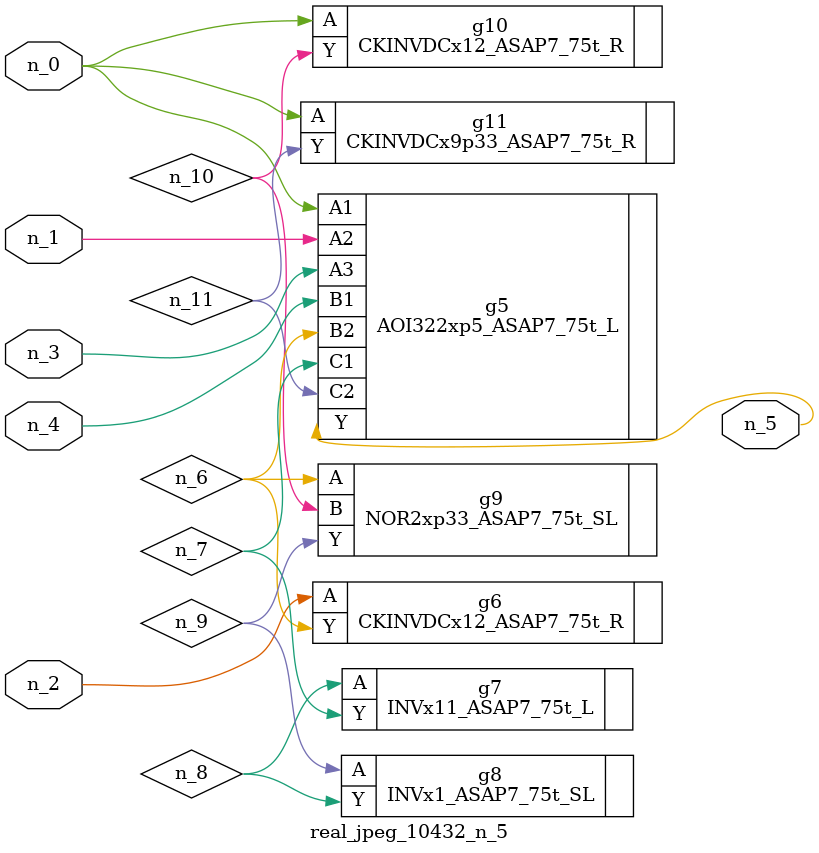
<source format=v>
module real_jpeg_10432_n_5 (n_4, n_0, n_1, n_2, n_3, n_5);

input n_4;
input n_0;
input n_1;
input n_2;
input n_3;

output n_5;

wire n_8;
wire n_11;
wire n_6;
wire n_7;
wire n_10;
wire n_9;

AOI322xp5_ASAP7_75t_L g5 ( 
.A1(n_0),
.A2(n_1),
.A3(n_3),
.B1(n_4),
.B2(n_6),
.C1(n_7),
.C2(n_11),
.Y(n_5)
);

CKINVDCx12_ASAP7_75t_R g10 ( 
.A(n_0),
.Y(n_10)
);

CKINVDCx9p33_ASAP7_75t_R g11 ( 
.A(n_0),
.Y(n_11)
);

CKINVDCx12_ASAP7_75t_R g6 ( 
.A(n_2),
.Y(n_6)
);

NOR2xp33_ASAP7_75t_SL g9 ( 
.A(n_6),
.B(n_10),
.Y(n_9)
);

INVx11_ASAP7_75t_L g7 ( 
.A(n_8),
.Y(n_7)
);

INVx1_ASAP7_75t_SL g8 ( 
.A(n_9),
.Y(n_8)
);


endmodule
</source>
